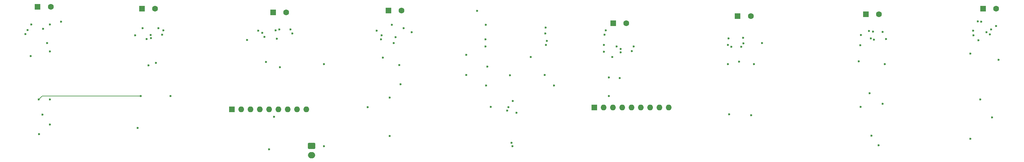
<source format=gbr>
%TF.GenerationSoftware,KiCad,Pcbnew,8.0.8*%
%TF.CreationDate,2025-05-04T20:59:54-05:00*%
%TF.ProjectId,Feedback_sleeve,46656564-6261-4636-9b5f-736c65657665,rev?*%
%TF.SameCoordinates,Original*%
%TF.FileFunction,Copper,L17,Inr*%
%TF.FilePolarity,Positive*%
%FSLAX46Y46*%
G04 Gerber Fmt 4.6, Leading zero omitted, Abs format (unit mm)*
G04 Created by KiCad (PCBNEW 8.0.8) date 2025-05-04 20:59:54*
%MOMM*%
%LPD*%
G01*
G04 APERTURE LIST*
G04 Aperture macros list*
%AMRoundRect*
0 Rectangle with rounded corners*
0 $1 Rounding radius*
0 $2 $3 $4 $5 $6 $7 $8 $9 X,Y pos of 4 corners*
0 Add a 4 corners polygon primitive as box body*
4,1,4,$2,$3,$4,$5,$6,$7,$8,$9,$2,$3,0*
0 Add four circle primitives for the rounded corners*
1,1,$1+$1,$2,$3*
1,1,$1+$1,$4,$5*
1,1,$1+$1,$6,$7*
1,1,$1+$1,$8,$9*
0 Add four rect primitives between the rounded corners*
20,1,$1+$1,$2,$3,$4,$5,0*
20,1,$1+$1,$4,$5,$6,$7,0*
20,1,$1+$1,$6,$7,$8,$9,0*
20,1,$1+$1,$8,$9,$2,$3,0*%
G04 Aperture macros list end*
%TA.AperFunction,ComponentPad*%
%ADD10RoundRect,0.250000X-0.550000X-0.550000X0.550000X-0.550000X0.550000X0.550000X-0.550000X0.550000X0*%
%TD*%
%TA.AperFunction,ComponentPad*%
%ADD11C,1.600000*%
%TD*%
%TA.AperFunction,ComponentPad*%
%ADD12R,1.600000X1.600000*%
%TD*%
%TA.AperFunction,ComponentPad*%
%ADD13O,1.600000X1.600000*%
%TD*%
%TA.AperFunction,ComponentPad*%
%ADD14RoundRect,0.250000X-0.750000X0.600000X-0.750000X-0.600000X0.750000X-0.600000X0.750000X0.600000X0*%
%TD*%
%TA.AperFunction,ComponentPad*%
%ADD15O,2.000000X1.700000*%
%TD*%
%TA.AperFunction,ViaPad*%
%ADD16C,0.600000*%
%TD*%
%TA.AperFunction,Conductor*%
%ADD17C,0.200000*%
%TD*%
G04 APERTURE END LIST*
D10*
%TO.N,Net-(J7-Pin_1)*%
%TO.C,J7*%
X242900000Y-17500000D03*
D11*
%TO.N,Net-(J7-Pin_2)*%
X246500000Y-17500000D03*
%TD*%
D10*
%TO.N,Net-(J8-Pin_1)*%
%TO.C,J8*%
X274900000Y-16000000D03*
D11*
%TO.N,Net-(J8-Pin_2)*%
X278500000Y-16000000D03*
%TD*%
D10*
%TO.N,Net-(J2-Pin_1)*%
%TO.C,J2*%
X45200000Y-16000000D03*
D11*
%TO.N,Net-(J2-Pin_2)*%
X48800000Y-16000000D03*
%TD*%
D10*
%TO.N,Net-(J6-Pin_1)*%
%TO.C,J6*%
X207900000Y-18000000D03*
D11*
%TO.N,Net-(J6-Pin_2)*%
X211500000Y-18000000D03*
%TD*%
D10*
%TO.N,Net-(J3-Pin_1)*%
%TO.C,J3*%
X81000000Y-17000000D03*
D11*
%TO.N,Net-(J3-Pin_2)*%
X84600000Y-17000000D03*
%TD*%
D12*
%TO.N,Net-(RN1-common)*%
%TO.C,RN2*%
X69760000Y-43500000D03*
D13*
%TO.N,Net-(RN2-R1)*%
X72300000Y-43500000D03*
%TO.N,Net-(RN2-R2)*%
X74840000Y-43500000D03*
%TO.N,Net-(RN2-R3)*%
X77380000Y-43500000D03*
%TO.N,Net-(RN2-R4)*%
X79920000Y-43500000D03*
%TO.N,Net-(RN2-R5)*%
X82460000Y-43500000D03*
%TO.N,Net-(RN2-R6)*%
X85000000Y-43500000D03*
%TO.N,Net-(RN2-R7)*%
X87540000Y-43500000D03*
%TO.N,Net-(RN2-R8)*%
X90080000Y-43500000D03*
%TD*%
D14*
%TO.N,Net-(J9-Pin_1)*%
%TO.C,J9*%
X91500000Y-53500000D03*
D15*
%TO.N,Net-(J9-Pin_2)*%
X91500000Y-56000000D03*
%TD*%
D10*
%TO.N,Net-(J4-Pin_1)*%
%TO.C,J4*%
X112500000Y-16500000D03*
D11*
%TO.N,Net-(J4-Pin_2)*%
X116100000Y-16500000D03*
%TD*%
D12*
%TO.N,Net-(RN1-common)*%
%TO.C,RN1*%
X168760000Y-43000000D03*
D13*
%TO.N,Net-(RN1-R1)*%
X171300000Y-43000000D03*
%TO.N,Net-(RN1-R2)*%
X173840000Y-43000000D03*
%TO.N,Net-(RN1-R3)*%
X176380000Y-43000000D03*
%TO.N,Net-(RN1-R4)*%
X178920000Y-43000000D03*
%TO.N,Net-(RN1-R5)*%
X181460000Y-43000000D03*
%TO.N,Net-(RN1-R6)*%
X184000000Y-43000000D03*
%TO.N,Net-(RN1-R7)*%
X186540000Y-43000000D03*
%TO.N,Net-(RN1-R8)*%
X189080000Y-43000000D03*
%TD*%
D10*
%TO.N,Net-(J1-Pin_1)*%
%TO.C,J1*%
X16700000Y-15500000D03*
D11*
%TO.N,Net-(J1-Pin_2)*%
X20300000Y-15500000D03*
%TD*%
D10*
%TO.N,Net-(J5-Pin_1)*%
%TO.C,J5*%
X173900000Y-20000000D03*
D11*
%TO.N,Net-(J5-Pin_2)*%
X177500000Y-20000000D03*
%TD*%
D16*
%TO.N,Net-(U1-GND)*%
X17095500Y-50321100D03*
X171377100Y-27752000D03*
X205594700Y-44905300D03*
X14834800Y-28967500D03*
X179017600Y-27617400D03*
X47589500Y-23225400D03*
X110467800Y-24348000D03*
X172682700Y-34819700D03*
X112842700Y-40329300D03*
X208245400Y-30467500D03*
X50728400Y-23100000D03*
X209432800Y-25440000D03*
X272252400Y-23280900D03*
X171566300Y-23086900D03*
X79067000Y-30518700D03*
X46961400Y-31470500D03*
X244401700Y-50745200D03*
X243947400Y-39076400D03*
X44866000Y-39904100D03*
X17001400Y-40829300D03*
X240951400Y-30411500D03*
X274157400Y-40829300D03*
X78663200Y-23693200D03*
X271418700Y-28282100D03*
X110979400Y-29408200D03*
X155457500Y-21133100D03*
X13395100Y-22941500D03*
X214570700Y-25376200D03*
X245123800Y-24500000D03*
%TO.N,Net-(U2-REG)*%
X274410700Y-19564400D03*
X279125700Y-29974700D03*
%TO.N,Net-(U4-REG)*%
X175674700Y-34923400D03*
%TO.N,Net-(U5-REG)*%
X113469400Y-20366500D03*
X115453800Y-31382200D03*
%TO.N,Net-(U10-REG)*%
X45411400Y-21344600D03*
X49065500Y-30811900D03*
%TO.N,Net-(U6-REG)*%
X15016300Y-20335300D03*
X20090700Y-47685200D03*
%TO.N,Net-(U9-REG)*%
X76938700Y-22008700D03*
X82922700Y-31970500D03*
%TO.N,Net-(U7-REG)*%
X243781600Y-22118400D03*
X246384400Y-53336900D03*
%TO.N,Net-(J1-Pin_1)*%
X19292700Y-25376200D03*
%TO.N,Net-(J1-Pin_2)*%
X23082700Y-19564400D03*
%TO.N,Net-(J2-Pin_2)*%
X51017600Y-21908700D03*
%TO.N,Net-(J2-Pin_1)*%
X47668900Y-24070700D03*
%TO.N,Net-(J3-Pin_2)*%
X85786700Y-21656900D03*
%TO.N,Net-(J3-Pin_1)*%
X86280400Y-22742700D03*
%TO.N,Net-(J4-Pin_1)*%
X114461700Y-23761600D03*
%TO.N,Net-(J4-Pin_2)*%
X118886400Y-22470300D03*
%TO.N,Net-(J5-Pin_2)*%
X179457200Y-26300300D03*
%TO.N,Net-(J5-Pin_1)*%
X175926200Y-27900000D03*
%TO.N,Net-(J6-Pin_1)*%
X208896100Y-26420700D03*
%TO.N,Net-(J7-Pin_1)*%
X248395400Y-24250000D03*
%TO.N,Net-(J7-Pin_2)*%
X244868400Y-22227600D03*
%TO.N,Net-(J8-Pin_1)*%
X276779600Y-23010400D03*
%TO.N,Net-(J8-Pin_2)*%
X277122500Y-21666800D03*
%TO.N,Net-(J9-Pin_1)*%
X145754700Y-34211000D03*
X94890700Y-31188000D03*
%TO.N,Net-(U1-PC01_A1_D1)*%
X173685700Y-29242000D03*
X171845900Y-21950500D03*
X139125100Y-20375000D03*
%TO.N,Net-(U1-PC05_A5_D5_SCL)*%
X139557100Y-31818900D03*
%TO.N,Net-(U1-PA03_A8_D8_SCK)*%
X82011000Y-24176200D03*
%TO.N,Net-(U1-PC00_A0_D0)*%
X273512700Y-19481600D03*
X273612700Y-24641500D03*
X136778700Y-16617400D03*
%TO.N,Net-(U1-PC06_A6_D6_TX)*%
X133786700Y-34093900D03*
X205249400Y-31188000D03*
X206170900Y-26416600D03*
%TO.N,Net-(U1-PC02_A2_D2)*%
X139058900Y-24413400D03*
X113954100Y-25376200D03*
%TO.N,Net-(U1-PA04_A9_D9_MISO)*%
X46445800Y-24270700D03*
X151344000Y-29168400D03*
%TO.N,Net-(U1-PC04_A4_D4_SDA)*%
X133786700Y-28647700D03*
%TO.N,Net-(U1-PC07_A7_D7_RX)*%
X155190200Y-34138800D03*
%TO.N,Net-(U1-PC03_A3_D3)*%
X139058900Y-26342800D03*
X241421900Y-25985700D03*
%TO.N,Net-(RN1-common)*%
X139214400Y-36999800D03*
X247484100Y-22339600D03*
X157739200Y-36999800D03*
X20092300Y-40829300D03*
X20090700Y-27682400D03*
X116668800Y-21334700D03*
X53002700Y-39905700D03*
X115830300Y-36619000D03*
X82695300Y-21708700D03*
X278429300Y-20774000D03*
X20090700Y-20330100D03*
X248039400Y-31188000D03*
X247482700Y-41982700D03*
X212337400Y-31188000D03*
X211578700Y-45078700D03*
X175924200Y-26989200D03*
X49716200Y-21330200D03*
X155381200Y-22754500D03*
X209417200Y-23983900D03*
%TO.N,Net-(RN1-R6)*%
X81279700Y-45523400D03*
X81692800Y-21917300D03*
%TO.N,Net-(RN1-R7)*%
X205374400Y-24104900D03*
%TO.N,Net-(RN1-R2)*%
X18070000Y-44981300D03*
X18194400Y-21458700D03*
%TO.N,Net-(RN1-R8)*%
X205233400Y-25927500D03*
%TO.N,Net-(RN1-R5)*%
X78041100Y-22633100D03*
X79930700Y-54435200D03*
%TO.N,Net-(RN1-R3)*%
X43340400Y-23250000D03*
X44026700Y-48623400D03*
%TO.N,Net-(RN1-R1)*%
X13996600Y-21818200D03*
X145314800Y-42912200D03*
%TO.N,Net-(RN1-R4)*%
X144991400Y-43836400D03*
%TO.N,Net-(RN2-R5)*%
X277402700Y-45717500D03*
X275844500Y-22470700D03*
%TO.N,Net-(RN2-R6)*%
X146389300Y-53624600D03*
X272168000Y-21999100D03*
X94871000Y-53624600D03*
X271418700Y-51529300D03*
%TO.N,Net-(RN2-R7)*%
X155792100Y-24795800D03*
X147504600Y-44475500D03*
X244286900Y-24161600D03*
%TO.N,Net-(RN2-R4)*%
X146160000Y-52645400D03*
X171326500Y-25862500D03*
X155558000Y-25896600D03*
%TO.N,Net-(RN2-R8)*%
X241531400Y-23154400D03*
X241498700Y-42811600D03*
%TO.N,Net-(RN2-R2)*%
X140461900Y-42812200D03*
X106858700Y-42942100D03*
X110618800Y-23261600D03*
%TO.N,Net-(RN2-R3)*%
X172682700Y-39905700D03*
X174878000Y-26284700D03*
X146470800Y-41259900D03*
%TO.N,Net-(RN2-R1)*%
X73946700Y-24529200D03*
X112842700Y-50827800D03*
X109318900Y-22028000D03*
%TD*%
D17*
%TO.N,Net-(U1-GND)*%
X17926600Y-39904100D02*
X17001400Y-40829300D01*
X44866000Y-39904100D02*
X17926600Y-39904100D01*
%TD*%
M02*

</source>
